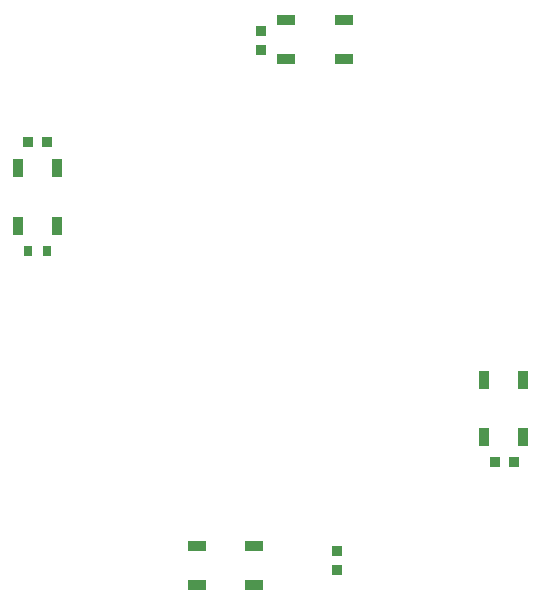
<source format=gbp>
G04 Layer_Color=128*
%FSLAX44Y44*%
%MOMM*%
G71*
G01*
G75*
%ADD11R,0.9500X0.9500*%
%ADD16R,0.8000X0.9500*%
%ADD18R,0.9500X0.9500*%
%ADD43R,1.5000X0.9000*%
%ADD44R,0.9000X1.5000*%
D11*
X217000Y463000D02*
D03*
Y479000D02*
D03*
X281000Y39000D02*
D03*
Y23000D02*
D03*
D16*
X20000Y293000D02*
D03*
X36000D02*
D03*
D18*
X20000Y385000D02*
D03*
X36000D02*
D03*
X431000Y114000D02*
D03*
X415000D02*
D03*
D43*
X238015Y488990D02*
D03*
Y455990D02*
D03*
X287015D02*
D03*
Y488990D02*
D03*
X211500Y10000D02*
D03*
Y43000D02*
D03*
X162500D02*
D03*
Y10000D02*
D03*
D44*
X11450Y363435D02*
D03*
X44450D02*
D03*
Y314435D02*
D03*
X11450D02*
D03*
X438500Y184150D02*
D03*
X405500D02*
D03*
Y135150D02*
D03*
X438500D02*
D03*
M02*

</source>
